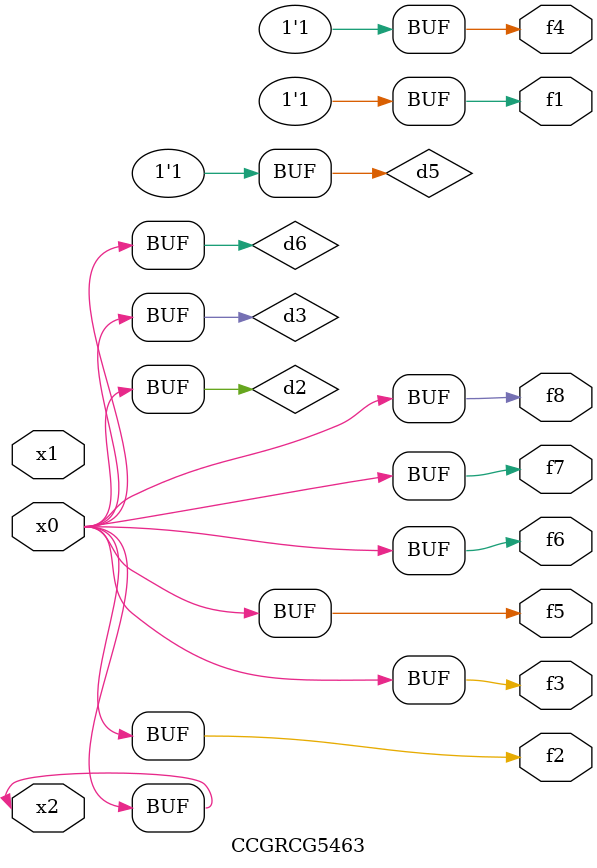
<source format=v>
module CCGRCG5463(
	input x0, x1, x2,
	output f1, f2, f3, f4, f5, f6, f7, f8
);

	wire d1, d2, d3, d4, d5, d6;

	xnor (d1, x2);
	buf (d2, x0, x2);
	and (d3, x0);
	xnor (d4, x1, x2);
	nand (d5, d1, d3);
	buf (d6, d2, d3);
	assign f1 = d5;
	assign f2 = d6;
	assign f3 = d6;
	assign f4 = d5;
	assign f5 = d6;
	assign f6 = d6;
	assign f7 = d6;
	assign f8 = d6;
endmodule

</source>
